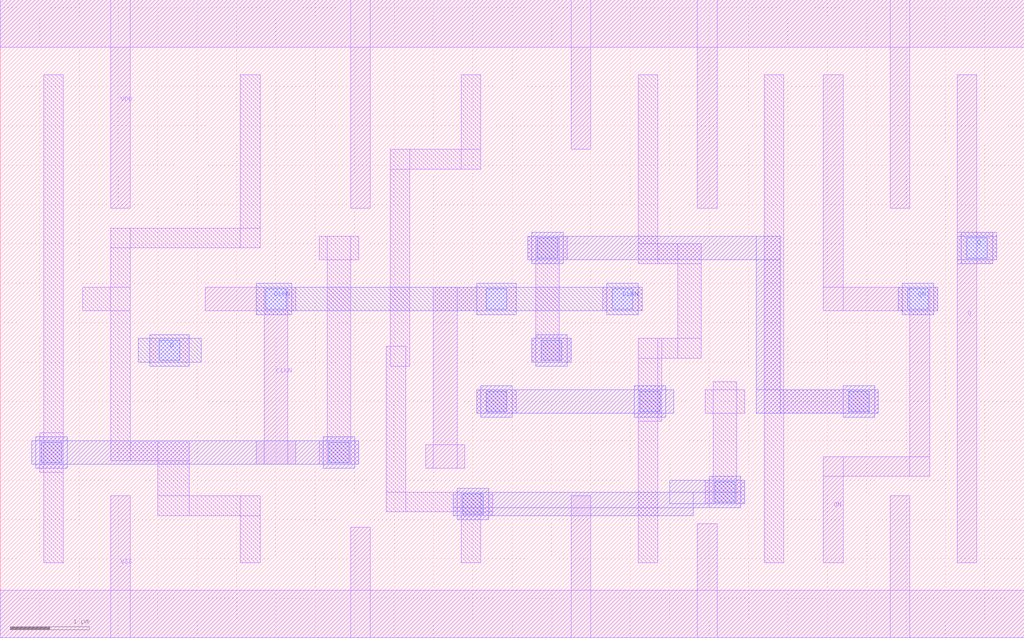
<source format=lef>
# Copyright 2022 Google LLC
# Licensed under the Apache License, Version 2.0 (the "License");
# you may not use this file except in compliance with the License.
# You may obtain a copy of the License at
#
#      http://www.apache.org/licenses/LICENSE-2.0
#
# Unless required by applicable law or agreed to in writing, software
# distributed under the License is distributed on an "AS IS" BASIS,
# WITHOUT WARRANTIES OR CONDITIONS OF ANY KIND, either express or implied.
# See the License for the specific language governing permissions and
# limitations under the License.
VERSION 5.7 ;
BUSBITCHARS "[]" ;
DIVIDERCHAR "/" ;

MACRO gf180mcu_osu_sc_gp12t3v3__dffn_1
  CLASS CORE ;
  ORIGIN 0 0 ;
  FOREIGN gf180mcu_osu_sc_gp12t3v3__dffn_1 0 0 ;
  SIZE 13 BY 8.1 ;
  SYMMETRY X Y ;
  SITE GF180_3p3_12t ;
  PIN VDD
    DIRECTION INOUT ;
    USE POWER ;
    SHAPE ABUTMENT ;
    PORT
      LAYER MET1 ;
        RECT 0 7.5 13 8.1 ;
        RECT 11.3 5.45 11.55 8.1 ;
        RECT 8.85 5.45 9.1 8.1 ;
        RECT 7.25 6.2 7.5 8.1 ;
        RECT 4.45 5.45 4.7 8.1 ;
        RECT 1.4 5.45 1.65 8.1 ;
    END
  END VDD
  PIN VSS
    DIRECTION INOUT ;
    USE GROUND ;
    PORT
      LAYER MET1 ;
        RECT 0 0 13 0.6 ;
        RECT 11.3 0 11.55 1.8 ;
        RECT 8.85 0 9.1 1.45 ;
        RECT 7.25 0 7.5 1.8 ;
        RECT 4.45 0 4.7 1.4 ;
        RECT 1.4 0 1.65 1.8 ;
    END
  END VSS
  PIN CLKN
    DIRECTION INPUT ;
    USE CLOCK ;
    PORT
      LAYER MET1 ;
        RECT 7.65 4.15 8.15 4.45 ;
        RECT 5.5 4.15 6.55 4.45 ;
        RECT 5.4 2.15 5.9 2.45 ;
        RECT 5.5 2.15 5.8 4.45 ;
        RECT 2.6 4.15 3.75 4.45 ;
        RECT 3.25 2.2 3.75 2.5 ;
        RECT 3.35 2.2 3.65 4.45 ;
      LAYER MET2 ;
        RECT 3.25 4.15 8.15 4.45 ;
        RECT 7.7 4.1 8.1 4.5 ;
        RECT 6.05 4.1 6.55 4.5 ;
        RECT 3.25 4.1 3.7 4.5 ;
      LAYER VIA12 ;
        RECT 3.37 4.17 3.63 4.43 ;
        RECT 6.17 4.17 6.43 4.43 ;
        RECT 7.77 4.17 8.03 4.43 ;
    END
  END CLKN
  PIN D
    DIRECTION INPUT ;
    USE SIGNAL ;
    PORT
      LAYER MET1 ;
        RECT 1.9 3.5 2.4 3.8 ;
      LAYER MET2 ;
        RECT 1.75 3.5 2.55 3.8 ;
        RECT 1.9 3.45 2.4 3.85 ;
      LAYER VIA12 ;
        RECT 2.02 3.52 2.28 3.78 ;
    END
  END D
  PIN Q
    DIRECTION OUTPUT ;
    USE SIGNAL ;
    PORT
      LAYER MET1 ;
        RECT 12.15 4.8 12.65 5.15 ;
        RECT 12.15 4.75 12.6 5.15 ;
        RECT 12.15 0.95 12.4 7.15 ;
      LAYER MET2 ;
        RECT 12.15 4.8 12.65 5.1 ;
        RECT 12.2 4.75 12.6 5.15 ;
      LAYER VIA12 ;
        RECT 12.27 4.82 12.53 5.08 ;
    END
  END Q
  PIN QN
    DIRECTION OUTPUT ;
    USE SIGNAL ;
    PORT
      LAYER MET1 ;
        RECT 10.45 4.15 11.9 4.45 ;
        RECT 11.55 2.05 11.8 4.45 ;
        RECT 10.45 2.05 11.8 2.3 ;
        RECT 10.45 4.15 10.7 7.15 ;
        RECT 10.45 0.95 10.7 2.3 ;
      LAYER MET2 ;
        RECT 11.4 4.15 11.9 4.45 ;
        RECT 11.45 4.1 11.85 4.5 ;
      LAYER VIA12 ;
        RECT 11.52 4.17 11.78 4.43 ;
    END
  END QN
  OBS
    LAYER MET2 ;
      RECT 6.75 4.75 7.15 5.15 ;
      RECT 6.7 4.8 9.9 5.1 ;
      RECT 9.6 2.85 9.9 5.1 ;
      RECT 10.7 2.8 11.1 3.2 ;
      RECT 9.6 2.85 11.15 3.15 ;
      RECT 9 1.65 9.4 2.05 ;
      RECT 8.5 1.7 9.45 2 ;
      RECT 5.8 1.5 6.2 1.9 ;
      RECT 5.75 1.55 8.8 1.85 ;
      RECT 5.75 1.65 9.4 1.85 ;
      RECT 8.05 2.8 8.45 3.2 ;
      RECT 6.1 2.8 6.5 3.2 ;
      RECT 6.05 2.85 8.55 3.15 ;
      RECT 6.8 3.45 7.2 3.85 ;
      RECT 6.75 3.5 7.25 3.8 ;
      RECT 4.1 2.15 4.5 2.55 ;
      RECT 0.45 2.15 0.85 2.55 ;
      RECT 0.4 2.2 4.55 2.5 ;
    LAYER VIA12 ;
      RECT 10.77 2.87 11.03 3.13 ;
      RECT 9.07 1.72 9.33 1.98 ;
      RECT 8.12 2.87 8.38 3.13 ;
      RECT 6.87 3.52 7.13 3.78 ;
      RECT 6.82 4.82 7.08 5.08 ;
      RECT 6.17 2.87 6.43 3.13 ;
      RECT 5.87 1.57 6.13 1.83 ;
      RECT 4.17 2.22 4.43 2.48 ;
      RECT 0.52 2.22 0.78 2.48 ;
    LAYER MET1 ;
      RECT 9.7 0.95 9.95 7.15 ;
      RECT 9.7 2.85 11.15 3.15 ;
      RECT 9.05 1.7 9.35 3.25 ;
      RECT 8.95 2.85 9.45 3.15 ;
      RECT 8.95 1.7 9.45 2 ;
      RECT 8.1 4.75 8.35 7.15 ;
      RECT 8.1 4.75 8.9 5 ;
      RECT 8.6 3.55 8.9 5 ;
      RECT 8.1 3.55 8.9 3.8 ;
      RECT 8.1 2.75 8.4 3.8 ;
      RECT 8.1 0.95 8.35 3.8 ;
      RECT 6.7 4.8 7.2 5.1 ;
      RECT 6.8 3.5 7.1 5.1 ;
      RECT 6.75 3.5 7.25 3.8 ;
      RECT 5.85 5.95 6.1 7.15 ;
      RECT 4.95 5.95 6.1 6.2 ;
      RECT 4.95 3.45 5.2 6.2 ;
      RECT 4.9 1.6 5.15 3.7 ;
      RECT 4.9 1.6 6.25 1.85 ;
      RECT 5.85 1.55 6.25 1.85 ;
      RECT 5.85 0.95 6.1 1.85 ;
      RECT 4.05 4.8 4.55 5.1 ;
      RECT 4.15 2.2 4.45 5.1 ;
      RECT 4.05 2.2 4.55 2.5 ;
      RECT 3.05 4.95 3.3 7.15 ;
      RECT 1.4 4.95 3.3 5.2 ;
      RECT 1.4 2.25 1.65 5.2 ;
      RECT 1.05 4.15 1.65 4.45 ;
      RECT 1.4 2.25 2.4 2.5 ;
      RECT 2 1.55 2.4 2.5 ;
      RECT 2 1.55 3.3 1.8 ;
      RECT 3.05 0.95 3.3 1.8 ;
      RECT 0.55 0.95 0.8 7.15 ;
      RECT 0.5 2.1 0.8 2.6 ;
      RECT 6.05 2.85 6.55 3.15 ;
  END
END gf180mcu_osu_sc_gp12t3v3__dffn_1

</source>
